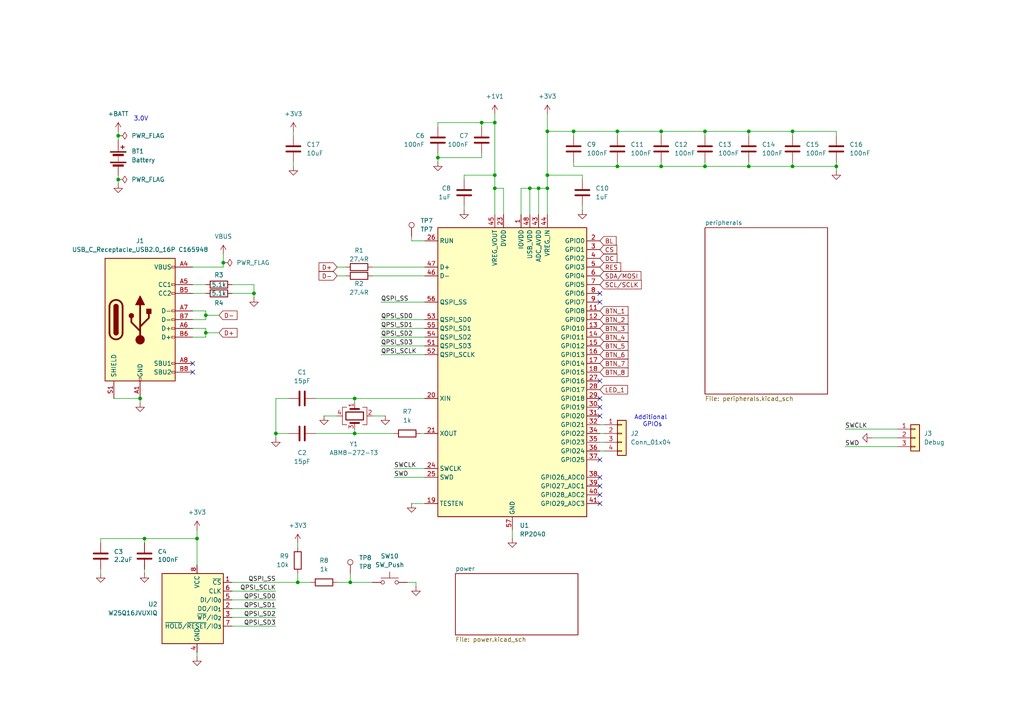
<source format=kicad_sch>
(kicad_sch (version 20250114) (generator "eeschema") (generator_version "9.0")
  (paper "A4")
  (lib_symbols
    (symbol "Connector:TestPoint" (pin_numbers (hide yes)) (pin_names (offset 0.762) (hide yes))
      (property "Reference" "TP" (at 0 6.858 0))
      (property "Value" "TestPoint" (at 0 5.08 0))
      (symbol "TestPoint_0_1"
        (circle (center 0 3.302) (radius 0.762))
      )
      (symbol "TestPoint_1_1"
        (pin passive line (at 0 0 90) (length 2.54) (name "1") (number "1"))
      )
    )
    (symbol "Connector:USB_C_Receptacle_USB2.0_16P" (pin_names (offset 1.016))
      (property "Reference" "J" (at 0 22.225 0))
      (property "Value" "USB_C_Receptacle_USB2.0_16P" (at 0 19.685 0))
      (symbol "USB_C_Receptacle_USB2.0_16P_0_0"
        (rectangle (start -0.254 -17.78) (end 0.254 -16.764))
        (rectangle (start 10.16 15.494) (end 9.144 14.986))
        (rectangle (start 10.16 10.414) (end 9.144 9.906))
        (rectangle (start 10.16 7.874) (end 9.144 7.366))
        (rectangle (start 10.16 2.794) (end 9.144 2.286))
        (rectangle (start 10.16 0.254) (end 9.144 -0.254))
        (rectangle (start 10.16 -2.286) (end 9.144 -2.794))
        (rectangle (start 10.16 -4.826) (end 9.144 -5.334))
        (rectangle (start 10.16 -12.446) (end 9.144 -12.954))
        (rectangle (start 10.16 -14.986) (end 9.144 -15.494))
      )
      (symbol "USB_C_Receptacle_USB2.0_16P_0_1"
        (rectangle (start -10.16 17.78) (end 10.16 -17.78) (stroke (width 0.254)) (fill (type background)))
        (polyline (pts (xy -8.89 -3.81) (xy -8.89 3.81)) (stroke (width 0.508)))
        (rectangle (start -7.62 -3.81) (end -6.35 3.81) (stroke (width 0.254)) (fill (type outline)))
        (arc (start -7.62 3.81) (mid -6.985 4.4423) (end -6.35 3.81) (stroke (width 0.254)))
        (arc (start -7.62 3.81) (mid -6.985 4.4423) (end -6.35 3.81) (stroke (width 0.254)) (fill (type outline)))
        (arc (start -8.89 3.81) (mid -6.985 5.7067) (end -5.08 3.81) (stroke (width 0.508)))
        (arc (start -5.08 -3.81) (mid -6.985 -5.7067) (end -8.89 -3.81) (stroke (width 0.508)))
        (arc (start -6.35 -3.81) (mid -6.985 -4.4423) (end -7.62 -3.81) (stroke (width 0.254)))
        (arc (start -6.35 -3.81) (mid -6.985 -4.4423) (end -7.62 -3.81) (stroke (width 0.254)) (fill (type outline)))
        (polyline (pts (xy -5.08 3.81) (xy -5.08 -3.81)) (stroke (width 0.508)))
        (circle (center -2.54 1.143) (radius 0.635) (stroke (width 0.254)) (fill (type outline)))
        (polyline (pts (xy -1.27 4.318) (xy 0 6.858) (xy 1.27 4.318) (xy -1.27 4.318)) (stroke (width 0.254)) (fill (type outline)))
        (polyline (pts (xy 0 -2.032) (xy 2.54 0.508) (xy 2.54 1.778)) (stroke (width 0.508)))
        (polyline (pts (xy 0 -3.302) (xy -2.54 -0.762) (xy -2.54 0.508)) (stroke (width 0.508)))
        (polyline (pts (xy 0 -5.842) (xy 0 4.318)) (stroke (width 0.508)))
        (circle (center 0 -5.842) (radius 1.27) (fill (type outline)))
        (rectangle (start 1.905 1.778) (end 3.175 3.048) (stroke (width 0.254)) (fill (type outline)))
      )
      (symbol "USB_C_Receptacle_USB2.0_16P_1_1"
        (pin passive line (at -7.62 -22.86 90) (length 5.08) (name "SHIELD") (number "S1"))
        (pin passive line (at 0 -22.86 90) (length 5.08) (name "GND") (number "A1"))
        (pin passive line (at 0 -22.86 90) (length 5.08) (hide yes) (name "GND") (number "A12"))
        (pin passive line (at 0 -22.86 90) (length 5.08) (hide yes) (name "GND") (number "B1"))
        (pin passive line (at 0 -22.86 90) (length 5.08) (hide yes) (name "GND") (number "B12"))
        (pin passive line (at 15.24 15.24 180) (length 5.08) (name "VBUS") (number "A4"))
        (pin passive line (at 15.24 15.24 180) (length 5.08) (hide yes) (name "VBUS") (number "A9"))
        (pin passive line (at 15.24 15.24 180) (length 5.08) (hide yes) (name "VBUS") (number "B4"))
        (pin passive line (at 15.24 15.24 180) (length 5.08) (hide yes) (name "VBUS") (number "B9"))
        (pin bidirectional line (at 15.24 10.16 180) (length 5.08) (name "CC1") (number "A5"))
        (pin bidirectional line (at 15.24 7.62 180) (length 5.08) (name "CC2") (number "B5"))
        (pin bidirectional line (at 15.24 2.54 180) (length 5.08) (name "D-") (number "A7"))
        (pin bidirectional line (at 15.24 0 180) (length 5.08) (name "D-") (number "B7"))
        (pin bidirectional line (at 15.24 -2.54 180) (length 5.08) (name "D+") (number "A6"))
        (pin bidirectional line (at 15.24 -5.08 180) (length 5.08) (name "D+") (number "B6"))
        (pin bidirectional line (at 15.24 -12.7 180) (length 5.08) (name "SBU1") (number "A8"))
        (pin bidirectional line (at 15.24 -15.24 180) (length 5.08) (name "SBU2") (number "B8"))
      )
    )
    (symbol "Connector_Generic:Conn_01x03" (pin_names (offset 1.016) (hide yes))
      (property "Reference" "J" (at 0 5.08 0))
      (property "Value" "Conn_01x03" (at 0 -5.08 0))
      (symbol "Conn_01x03_1_1"
        (rectangle (start -1.27 3.81) (end 1.27 -3.81) (stroke (width 0.254)) (fill (type background)))
        (rectangle (start -1.27 2.667) (end 0 2.413) (stroke (width 0.1524)))
        (rectangle (start -1.27 0.127) (end 0 -0.127) (stroke (width 0.1524)))
        (rectangle (start -1.27 -2.413) (end 0 -2.667) (stroke (width 0.1524)))
        (pin passive line (at -5.08 2.54 0) (length 3.81) (name "Pin_1") (number "1"))
        (pin passive line (at -5.08 0 0) (length 3.81) (name "Pin_2") (number "2"))
        (pin passive line (at -5.08 -2.54 0) (length 3.81) (name "Pin_3") (number "3"))
      )
    )
    (symbol "Connector_Generic:Conn_01x04" (pin_names (offset 1.016) (hide yes))
      (property "Reference" "J" (at 0 5.08 0))
      (property "Value" "Conn_01x04" (at 0 -7.62 0))
      (symbol "Conn_01x04_1_1"
        (rectangle (start -1.27 3.81) (end 1.27 -6.35) (stroke (width 0.254)) (fill (type background)))
        (rectangle (start -1.27 2.667) (end 0 2.413) (stroke (width 0.1524)))
        (rectangle (start -1.27 0.127) (end 0 -0.127) (stroke (width 0.1524)))
        (rectangle (start -1.27 -2.413) (end 0 -2.667) (stroke (width 0.1524)))
        (rectangle (start -1.27 -4.953) (end 0 -5.207) (stroke (width 0.1524)))
        (pin passive line (at -5.08 2.54 0) (length 3.81) (name "Pin_1") (number "1"))
        (pin passive line (at -5.08 0 0) (length 3.81) (name "Pin_2") (number "2"))
        (pin passive line (at -5.08 -2.54 0) (length 3.81) (name "Pin_3") (number "3"))
        (pin passive line (at -5.08 -5.08 0) (length 3.81) (name "Pin_4") (number "4"))
      )
    )
    (symbol "Device:Battery" (pin_numbers (hide yes)) (pin_names (offset 0) (hide yes))
      (property "Reference" "BT" (at 2.54 2.54 0))
      (property "Value" "Battery" (at 2.54 0 0))
      (symbol "Battery_0_1"
        (rectangle (start -2.286 1.778) (end 2.286 1.524) (fill (type outline)))
        (rectangle (start -2.286 -1.27) (end 2.286 -1.524) (fill (type outline)))
        (rectangle (start -1.524 1.016) (end 1.524 0.508) (fill (type outline)))
        (rectangle (start -1.524 -2.032) (end 1.524 -2.54) (fill (type outline)))
        (polyline (pts (xy 0 1.778) (xy 0 2.54)))
        (polyline (pts (xy 0 0) (xy 0 0.254)))
        (polyline (pts (xy 0 -0.508) (xy 0 -0.254)))
        (polyline (pts (xy 0 -1.016) (xy 0 -0.762)))
        (polyline (pts (xy 0.762 3.048) (xy 1.778 3.048)) (stroke (width 0.254)))
        (polyline (pts (xy 1.27 3.556) (xy 1.27 2.54)) (stroke (width 0.254)))
      )
      (symbol "Battery_1_1"
        (pin passive line (at 0 5.08 270) (length 2.54) (name "+") (number "1"))
        (pin passive line (at 0 -5.08 90) (length 2.54) (name "-") (number "2"))
      )
    )
    (symbol "Device:C" (pin_numbers (hide yes)) (pin_names (offset 0.254))
      (property "Reference" "C" (at 0.635 2.54 0))
      (property "Value" "C" (at 0.635 -2.54 0))
      (symbol "C_0_1"
        (polyline (pts (xy -2.032 0.762) (xy 2.032 0.762)) (stroke (width 0.508)))
        (polyline (pts (xy -2.032 -0.762) (xy 2.032 -0.762)) (stroke (width 0.508)))
      )
      (symbol "C_1_1"
        (pin passive line (at 0 3.81 270) (length 2.794) (name "~") (number "1"))
        (pin passive line (at 0 -3.81 90) (length 2.794) (name "~") (number "2"))
      )
    )
    (symbol "Device:Crystal_GND24" (pin_names (offset 1.016) (hide yes))
      (property "Reference" "Y" (at 3.175 5.08 0))
      (property "Value" "Crystal_GND24" (at 3.175 3.175 0))
      (symbol "Crystal_GND24_0_1"
        (polyline (pts (xy -2.54 2.286) (xy -2.54 3.556) (xy 2.54 3.556) (xy 2.54 2.286)))
        (polyline (pts (xy -2.54 0) (xy -2.032 0)))
        (polyline (pts (xy -2.54 -2.286) (xy -2.54 -3.556) (xy 2.54 -3.556) (xy 2.54 -2.286)))
        (polyline (pts (xy -2.032 -1.27) (xy -2.032 1.27)) (stroke (width 0.508)))
        (rectangle (start -1.143 2.54) (end 1.143 -2.54) (stroke (width 0.3048)))
        (polyline (pts (xy 0 3.556) (xy 0 3.81)))
        (polyline (pts (xy 0 -3.81) (xy 0 -3.556)))
        (polyline (pts (xy 2.032 0) (xy 2.54 0)))
        (polyline (pts (xy 2.032 -1.27) (xy 2.032 1.27)) (stroke (width 0.508)))
      )
      (symbol "Crystal_GND24_1_1"
        (pin passive line (at -3.81 0 0) (length 1.27) (name "1") (number "1"))
        (pin passive line (at 0 5.08 270) (length 1.27) (name "2") (number "2"))
        (pin passive line (at 0 -5.08 90) (length 1.27) (name "4") (number "4"))
        (pin passive line (at 3.81 0 180) (length 1.27) (name "3") (number "3"))
      )
    )
    (symbol "Device:R" (pin_numbers (hide yes)) (pin_names (offset 0))
      (property "Reference" "R" (at 2.032 0 90))
      (property "Value" "R" (at 0 0 90))
      (symbol "R_0_1"
        (rectangle (start -1.016 -2.54) (end 1.016 2.54) (stroke (width 0.254)))
      )
      (symbol "R_1_1"
        (pin passive line (at 0 3.81 270) (length 1.27) (name "~") (number "1"))
        (pin passive line (at 0 -3.81 90) (length 1.27) (name "~") (number "2"))
      )
    )
    (symbol "MCU_RaspberryPi:RP2040"
      (property "Reference" "U1" (at 2.1433 -44.45 0))
      (property "Value" "RP2040" (at 2.1433 -46.99 0))
      (symbol "RP2040_0_1"
        (rectangle (start -21.59 41.91) (end 21.59 -41.91) (stroke (width 0.254)) (fill (type background)))
      )
      (symbol "RP2040_1_1"
        (pin input line (at -25.4 38.1 0) (length 3.81) (name "RUN") (number "26"))
        (pin bidirectional line (at -25.4 30.48 0) (length 3.81) (name "D+") (number "47"))
        (pin bidirectional line (at -25.4 27.94 0) (length 3.81) (name "D-") (number "46"))
        (pin bidirectional line (at -25.4 20.32 0) (length 3.81) (name "QSPI_SS") (number "56"))
        (pin bidirectional line (at -25.4 15.24 0) (length 3.81) (name "QSPI_SD0") (number "53"))
        (pin bidirectional line (at -25.4 12.7 0) (length 3.81) (name "QSPI_SD1") (number "55"))
        (pin bidirectional line (at -25.4 10.16 0) (length 3.81) (name "QSPI_SD2") (number "54"))
        (pin bidirectional line (at -25.4 7.62 0) (length 3.81) (name "QSPI_SD3") (number "51"))
        (pin output line (at -25.4 5.08 0) (length 3.81) (name "QSPI_SCLK") (number "52"))
        (pin input line (at -25.4 -7.62 0) (length 3.81) (name "XIN") (number "20"))
        (pin passive line (at -25.4 -17.78 0) (length 3.81) (name "XOUT") (number "21"))
        (pin input line (at -25.4 -27.94 0) (length 3.81) (name "SWCLK") (number "24"))
        (pin bidirectional line (at -25.4 -30.48 0) (length 3.81) (name "SWD") (number "25"))
        (pin input line (at -25.4 -38.1 0) (length 3.81) (name "TESTEN") (number "19"))
        (pin power_out line (at -5.08 45.72 270) (length 3.81) (name "VREG_VOUT") (number "45"))
        (pin power_in line (at -2.54 45.72 270) (length 3.81) (name "DVDD") (number "23"))
        (pin passive line (at -2.54 45.72 270) (length 3.81) (hide yes) (name "DVDD") (number "50"))
        (pin power_in line (at 0 -45.72 90) (length 3.81) (name "GND") (number "57"))
        (pin power_in line (at 2.54 45.72 270) (length 3.81) (name "IOVDD") (number "1"))
        (pin passive line (at 2.54 45.72 270) (length 3.81) (hide yes) (name "IOVDD") (number "10"))
        (pin passive line (at 2.54 45.72 270) (length 3.81) (hide yes) (name "IOVDD") (number "22"))
        (pin passive line (at 2.54 45.72 270) (length 3.81) (hide yes) (name "IOVDD") (number "33"))
        (pin passive line (at 2.54 45.72 270) (length 3.81) (hide yes) (name "IOVDD") (number "42"))
        (pin passive line (at 2.54 45.72 270) (length 3.81) (hide yes) (name "IOVDD") (number "49"))
        (pin power_in line (at 5.08 45.72 270) (length 3.81) (name "USB_VDD") (number "48"))
        (pin power_in line (at 7.62 45.72 270) (length 3.81) (name "ADC_AVDD") (number "43"))
        (pin power_in line (at 10.16 45.72 270) (length 3.81) (name "VREG_IN") (number "44"))
        (pin bidirectional line (at 25.4 38.1 180) (length 3.81) (name "GPIO0") (number "2"))
        (pin bidirectional line (at 25.4 35.56 180) (length 3.81) (name "GPIO1") (number "3"))
        (pin bidirectional line (at 25.4 33.02 180) (length 3.81) (name "GPIO2") (number "4"))
        (pin bidirectional line (at 25.4 30.48 180) (length 3.81) (name "GPIO3") (number "5"))
        (pin bidirectional line (at 25.4 27.94 180) (length 3.81) (name "GPIO4") (number "6"))
        (pin bidirectional line (at 25.4 25.4 180) (length 3.81) (name "GPIO5") (number "7"))
        (pin bidirectional line (at 25.4 22.86 180) (length 3.81) (name "GPIO6") (number "8"))
        (pin bidirectional line (at 25.4 20.32 180) (length 3.81) (name "GPIO7") (number "9"))
        (pin bidirectional line (at 25.4 17.78 180) (length 3.81) (name "GPIO8") (number "11"))
        (pin bidirectional line (at 25.4 15.24 180) (length 3.81) (name "GPIO9") (number "12"))
        (pin bidirectional line (at 25.4 12.7 180) (length 3.81) (name "GPIO10") (number "13"))
        (pin bidirectional line (at 25.4 10.16 180) (length 3.81) (name "GPIO11") (number "14"))
        (pin bidirectional line (at 25.4 7.62 180) (length 3.81) (name "GPIO12") (number "15"))
        (pin bidirectional line (at 25.4 5.08 180) (length 3.81) (name "GPIO13") (number "16"))
        (pin bidirectional line (at 25.4 2.54 180) (length 3.81) (name "GPIO14") (number "17"))
        (pin bidirectional line (at 25.4 0 180) (length 3.81) (name "GPIO15") (number "18"))
        (pin bidirectional line (at 25.4 -2.54 180) (length 3.81) (name "GPIO16") (number "27"))
        (pin bidirectional line (at 25.4 -5.08 180) (length 3.81) (name "GPIO17") (number "28"))
        (pin bidirectional line (at 25.4 -7.62 180) (length 3.81) (name "GPIO18") (number "29"))
        (pin bidirectional line (at 25.4 -10.16 180) (length 3.81) (name "GPIO19") (number "30"))
        (pin bidirectional line (at 25.4 -12.7 180) (length 3.81) (name "GPIO20") (number "31"))
        (pin bidirectional line (at 25.4 -15.24 180) (length 3.81) (name "GPIO21") (number "32"))
        (pin bidirectional line (at 25.4 -17.78 180) (length 3.81) (name "GPIO22") (number "34"))
        (pin bidirectional line (at 25.4 -20.32 180) (length 3.81) (name "GPIO23") (number "35"))
        (pin bidirectional line (at 25.4 -22.86 180) (length 3.81) (name "GPIO24") (number "36"))
        (pin bidirectional line (at 25.4 -25.4 180) (length 3.81) (name "GPIO25") (number "37"))
        (pin bidirectional line (at 25.4 -30.48 180) (length 3.81) (name "GPIO26_ADC0") (number "38"))
        (pin bidirectional line (at 25.4 -33.02 180) (length 3.81) (name "GPIO27_ADC1") (number "39"))
        (pin bidirectional line (at 25.4 -35.56 180) (length 3.81) (name "GPIO28_ADC2") (number "40"))
        (pin bidirectional line (at 25.4 -38.1 180) (length 3.81) (name "GPIO29_ADC3") (number "41"))
      )
    )
    (symbol "Memory_Flash:W25Q128JVS"
      (property "Reference" "U" (at -6.35 11.43 0))
      (property "Value" "W25Q128JVS" (at 7.62 11.43 0))
      (symbol "W25Q128JVS_0_1"
        (rectangle (start -7.62 10.16) (end 10.16 -10.16) (stroke (width 0.254)) (fill (type background)))
      )
      (symbol "W25Q128JVS_1_1"
        (pin input line (at -10.16 7.62 0) (length 2.54) (name "~{CS}") (number "1"))
        (pin input line (at -10.16 5.08 0) (length 2.54) (name "CLK") (number "6"))
        (pin bidirectional line (at -10.16 2.54 0) (length 2.54) (name "DI/IO_{0}") (number "5"))
        (pin bidirectional line (at -10.16 0 0) (length 2.54) (name "DO/IO_{1}") (number "2"))
        (pin bidirectional line (at -10.16 -2.54 0) (length 2.54) (name "~{WP}/IO_{2}") (number "3"))
        (pin bidirectional line (at -10.16 -5.08 0) (length 2.54) (name "~{HOLD}/~{RESET}/IO_{3}") (number "7"))
        (pin power_in line (at 0 12.7 270) (length 2.54) (name "VCC") (number "8"))
        (pin power_in line (at 0 -12.7 90) (length 2.54) (name "GND") (number "4"))
      )
    )
    (symbol "Switch:SW_Push" (pin_numbers (hide yes)) (pin_names (offset 1.016) (hide yes))
      (property "Reference" "SW" (at 1.27 2.54 0))
      (property "Value" "SW_Push" (at 0 -1.524 0))
      (symbol "SW_Push_0_1"
        (circle (center -2.032 0) (radius 0.508))
        (polyline (pts (xy 0 1.27) (xy 0 3.048)))
        (circle (center 2.032 0) (radius 0.508))
        (polyline (pts (xy 2.54 1.27) (xy -2.54 1.27)))
        (pin passive line (at -5.08 0 0) (length 2.54) (name "1") (number "1"))
        (pin passive line (at 5.08 0 180) (length 2.54) (name "2") (number "2"))
      )
    )
    (symbol "power:+1V1" (power) (pin_numbers (hide yes)) (pin_names (offset 0) (hide yes))
      (property "Value" "+1V1" (at 0 3.556 0))
      (symbol "+1V1_0_1"
        (polyline (pts (xy -0.762 1.27) (xy 0 2.54)))
        (polyline (pts (xy 0 2.54) (xy 0.762 1.27)))
        (polyline (pts (xy 0 0) (xy 0 2.54)))
      )
      (symbol "+1V1_1_1"
        (pin power_in line (at 0 0 90) (length 0) (name "~") (number "1"))
      )
    )
    (symbol "power:+3V3" (power) (pin_numbers (hide yes)) (pin_names (offset 0) (hide yes))
      (property "Value" "+3V3" (at 0 3.556 0))
      (symbol "+3V3_0_1"
        (polyline (pts (xy -0.762 1.27) (xy 0 2.54)))
        (polyline (pts (xy 0 2.54) (xy 0.762 1.27)))
        (polyline (pts (xy 0 0) (xy 0 2.54)))
      )
      (symbol "+3V3_1_1"
        (pin power_in line (at 0 0 90) (length 0) (name "~") (number "1"))
      )
    )
    (symbol "power:+BATT" (power) (pin_numbers (hide yes)) (pin_names (offset 0) (hide yes))
      (property "Value" "+BATT" (at 0 3.556 0))
      (symbol "+BATT_0_1"
        (polyline (pts (xy -0.762 1.27) (xy 0 2.54)))
        (polyline (pts (xy 0 2.54) (xy 0.762 1.27)))
        (polyline (pts (xy 0 0) (xy 0 2.54)))
      )
      (symbol "+BATT_1_1"
        (pin power_in line (at 0 0 90) (length 0) (name "~") (number "1"))
      )
    )
    (symbol "power:GND" (power) (pin_numbers (hide yes)) (pin_names (offset 0) (hide yes))
      (property "Value" "GND" (at 0 -3.81 0))
      (symbol "GND_0_1"
        (polyline (pts (xy 0 0) (xy 0 -1.27) (xy 1.27 -1.27) (xy 0 -2.54) (xy -1.27 -1.27) (xy 0 -1.27)))
      )
      (symbol "GND_1_1"
        (pin power_in line (at 0 0 270) (length 0) (name "~") (number "1"))
      )
    )
    (symbol "power:PWR_FLAG" (power) (pin_numbers (hide yes)) (pin_names (offset 0) (hide yes))
      (property "Value" "PWR_FLAG" (at 0 3.81 0))
      (symbol "PWR_FLAG_0_0"
        (pin power_out line (at 0 0 90) (length 0) (name "~") (number "1"))
      )
      (symbol "PWR_FLAG_0_1"
        (polyline (pts (xy 0 0) (xy 0 1.27) (xy -1.016 1.905) (xy 0 2.54) (xy 1.016 1.905) (xy 0 1.27)))
      )
    )
    (symbol "power:VBUS" (power) (pin_numbers (hide yes)) (pin_names (offset 0) (hide yes))
      (property "Value" "VBUS" (at 0 3.556 0))
      (symbol "VBUS_0_1"
        (polyline (pts (xy -0.762 1.27) (xy 0 2.54)))
        (polyline (pts (xy 0 2.54) (xy 0.762 1.27)))
        (polyline (pts (xy 0 0) (xy 0 2.54)))
      )
      (symbol "VBUS_1_1"
        (pin power_in line (at 0 0 90) (length 0) (name "~") (number "1"))
      )
    )
  )
  (text "Additional \nGPIOs\n\n" (at 189.23 123.19 0) (effects (font (size 1.27 1.27))))
  (text "3.0V\n" (at 40.894 34.544 0) (effects (font (size 1.27 1.27))))
  (junction (at 143.51 50.8))
  (junction (at 86.36 168.91))
  (junction (at 191.77 48.26))
  (junction (at 179.07 38.1))
  (junction (at 229.87 38.1))
  (junction (at 102.87 115.57))
  (junction (at 59.69 91.44))
  (junction (at 143.51 54.61))
  (junction (at 40.64 115.57))
  (junction (at 191.77 38.1))
  (junction (at 217.17 38.1))
  (junction (at 179.07 48.26))
  (junction (at 143.51 35.56))
  (junction (at 80.01 125.73))
  (junction (at 153.67 54.61))
  (junction (at 156.21 54.61))
  (junction (at 139.7 35.56))
  (junction (at 158.75 38.1))
  (junction (at 127 45.72))
  (junction (at 242.57 48.26))
  (junction (at 102.87 125.73))
  (junction (at 204.47 48.26))
  (junction (at 204.47 38.1))
  (junction (at 73.66 85.09))
  (junction (at 59.69 96.52))
  (junction (at 166.37 38.1))
  (junction (at 34.29 39.37))
  (junction (at 158.75 50.8))
  (junction (at 101.6 168.91))
  (junction (at 217.17 48.26))
  (junction (at 57.15 156.21))
  (junction (at 41.91 156.21))
  (junction (at 34.29 52.07))
  (junction (at 229.87 48.26))
  (junction (at 64.77 76.2))
  (junction (at 158.75 54.61))
  (no_connect (at 173.99 133.35))
  (no_connect (at 173.99 120.65))
  (no_connect (at 173.99 85.09))
  (no_connect (at 173.99 115.57))
  (no_connect (at 173.99 138.43))
  (no_connect (at 173.99 140.97))
  (no_connect (at 173.99 118.11))
  (no_connect (at 173.99 87.63))
  (no_connect (at 173.99 143.51))
  (no_connect (at 173.99 110.49))
  (no_connect (at 173.99 146.05))
  (no_connect (at 55.88 107.95))
  (no_connect (at 55.88 105.41))
  (wire (pts (xy 158.75 33.02) (xy 158.75 38.1)))
  (wire (pts (xy 166.37 48.26) (xy 179.07 48.26)))
  (wire (pts (xy 80.01 125.73) (xy 80.01 127)))
  (wire (pts (xy 146.05 54.61) (xy 143.51 54.61)))
  (wire (pts (xy 179.07 38.1) (xy 191.77 38.1)))
  (wire (pts (xy 34.29 50.8) (xy 34.29 52.07)))
  (wire (pts (xy 217.17 48.26) (xy 229.87 48.26)))
  (wire (pts (xy 114.3 138.43) (xy 123.19 138.43)))
  (wire (pts (xy 204.47 48.26) (xy 204.47 46.99)))
  (wire (pts (xy 204.47 38.1) (xy 204.47 39.37)))
  (wire (pts (xy 110.49 92.71) (xy 123.19 92.71)))
  (wire (pts (xy 146.05 62.23) (xy 146.05 54.61)))
  (wire (pts (xy 107.95 120.65) (xy 111.76 120.65)))
  (wire (pts (xy 83.82 115.57) (xy 80.01 115.57)))
  (wire (pts (xy 107.95 168.91) (xy 101.6 168.91)))
  (wire (pts (xy 245.11 124.46) (xy 260.35 124.46)))
  (wire (pts (xy 168.91 50.8) (xy 168.91 52.07)))
  (wire (pts (xy 80.01 173.99) (xy 67.31 173.99)))
  (wire (pts (xy 80.01 181.61) (xy 67.31 181.61)))
  (wire (pts (xy 86.36 166.37) (xy 86.36 168.91)))
  (wire (pts (xy 93.98 120.65) (xy 97.79 120.65)))
  (wire (pts (xy 80.01 171.45) (xy 67.31 171.45)))
  (wire (pts (xy 110.49 100.33) (xy 123.19 100.33)))
  (wire (pts (xy 166.37 38.1) (xy 179.07 38.1)))
  (wire (pts (xy 143.51 54.61) (xy 143.51 62.23)))
  (wire (pts (xy 29.21 156.21) (xy 41.91 156.21)))
  (wire (pts (xy 114.3 135.89) (xy 123.19 135.89)))
  (wire (pts (xy 34.29 39.37) (xy 34.29 40.64)))
  (wire (pts (xy 175.26 130.81) (xy 173.99 130.81)))
  (wire (pts (xy 242.57 48.26) (xy 229.87 48.26)))
  (wire (pts (xy 166.37 48.26) (xy 166.37 46.99)))
  (wire (pts (xy 139.7 45.72) (xy 139.7 44.45)))
  (wire (pts (xy 168.91 59.69) (xy 168.91 60.96)))
  (wire (pts (xy 57.15 153.67) (xy 57.15 156.21)))
  (wire (pts (xy 191.77 38.1) (xy 204.47 38.1)))
  (wire (pts (xy 158.75 54.61) (xy 158.75 62.23)))
  (wire (pts (xy 158.75 38.1) (xy 166.37 38.1)))
  (wire (pts (xy 175.26 125.73) (xy 173.99 125.73)))
  (wire (pts (xy 55.88 82.55) (xy 59.69 82.55)))
  (wire (pts (xy 73.66 85.09) (xy 73.66 86.36)))
  (wire (pts (xy 107.95 80.01) (xy 123.19 80.01)))
  (wire (pts (xy 153.67 62.23) (xy 153.67 54.61)))
  (wire (pts (xy 229.87 38.1) (xy 229.87 39.37)))
  (wire (pts (xy 59.69 91.44) (xy 59.69 92.71)))
  (wire (pts (xy 110.49 87.63) (xy 123.19 87.63)))
  (wire (pts (xy 217.17 38.1) (xy 217.17 39.37)))
  (wire (pts (xy 102.87 115.57) (xy 102.87 116.84)))
  (wire (pts (xy 139.7 35.56) (xy 143.51 35.56)))
  (wire (pts (xy 179.07 38.1) (xy 179.07 39.37)))
  (wire (pts (xy 127 45.72) (xy 127 46.99)))
  (wire (pts (xy 80.01 179.07) (xy 67.31 179.07)))
  (wire (pts (xy 175.26 123.19) (xy 173.99 123.19)))
  (wire (pts (xy 229.87 46.99) (xy 229.87 48.26)))
  (wire (pts (xy 63.5 96.52) (xy 59.69 96.52)))
  (wire (pts (xy 41.91 157.48) (xy 41.91 156.21)))
  (wire (pts (xy 41.91 166.37) (xy 41.91 165.1)))
  (wire (pts (xy 101.6 166.37) (xy 101.6 168.91)))
  (wire (pts (xy 85.09 46.99) (xy 85.09 48.26)))
  (wire (pts (xy 59.69 96.52) (xy 59.69 97.79)))
  (wire (pts (xy 151.13 62.23) (xy 151.13 54.61)))
  (wire (pts (xy 143.51 35.56) (xy 143.51 50.8)))
  (wire (pts (xy 67.31 85.09) (xy 73.66 85.09)))
  (wire (pts (xy 204.47 38.1) (xy 217.17 38.1)))
  (wire (pts (xy 148.59 153.67) (xy 148.59 156.21)))
  (wire (pts (xy 134.62 50.8) (xy 143.51 50.8)))
  (wire (pts (xy 110.49 97.79) (xy 123.19 97.79)))
  (wire (pts (xy 55.88 90.17) (xy 59.69 90.17)))
  (wire (pts (xy 110.49 102.87) (xy 123.19 102.87)))
  (wire (pts (xy 134.62 59.69) (xy 134.62 60.96)))
  (wire (pts (xy 242.57 48.26) (xy 242.57 49.53)))
  (wire (pts (xy 64.77 73.66) (xy 64.77 76.2)))
  (wire (pts (xy 57.15 189.23) (xy 57.15 190.5)))
  (wire (pts (xy 107.95 77.47) (xy 123.19 77.47)))
  (wire (pts (xy 151.13 54.61) (xy 153.67 54.61)))
  (wire (pts (xy 143.51 33.02) (xy 143.51 35.56)))
  (wire (pts (xy 55.88 97.79) (xy 59.69 97.79)))
  (wire (pts (xy 179.07 48.26) (xy 191.77 48.26)))
  (wire (pts (xy 33.02 115.57) (xy 40.64 115.57)))
  (wire (pts (xy 139.7 35.56) (xy 139.7 36.83)))
  (wire (pts (xy 204.47 48.26) (xy 217.17 48.26)))
  (wire (pts (xy 127 36.83) (xy 127 35.56)))
  (wire (pts (xy 119.38 68.58) (xy 119.38 69.85)))
  (wire (pts (xy 127 35.56) (xy 139.7 35.56)))
  (wire (pts (xy 59.69 96.52) (xy 59.69 95.25)))
  (wire (pts (xy 64.77 77.47) (xy 55.88 77.47)))
  (wire (pts (xy 158.75 38.1) (xy 158.75 50.8)))
  (wire (pts (xy 101.6 168.91) (xy 97.79 168.91)))
  (wire (pts (xy 134.62 50.8) (xy 134.62 52.07)))
  (wire (pts (xy 110.49 95.25) (xy 123.19 95.25)))
  (wire (pts (xy 120.65 168.91) (xy 120.65 170.18)))
  (wire (pts (xy 252.73 127) (xy 260.35 127)))
  (wire (pts (xy 102.87 124.46) (xy 102.87 125.73)))
  (wire (pts (xy 86.36 158.75) (xy 86.36 157.48)))
  (wire (pts (xy 242.57 39.37) (xy 242.57 38.1)))
  (wire (pts (xy 229.87 38.1) (xy 242.57 38.1)))
  (wire (pts (xy 29.21 157.48) (xy 29.21 156.21)))
  (wire (pts (xy 119.38 69.85) (xy 123.19 69.85)))
  (wire (pts (xy 80.01 115.57) (xy 80.01 125.73)))
  (wire (pts (xy 153.67 54.61) (xy 156.21 54.61)))
  (wire (pts (xy 59.69 90.17) (xy 59.69 91.44)))
  (wire (pts (xy 168.91 50.8) (xy 158.75 50.8)))
  (wire (pts (xy 63.5 91.44) (xy 59.69 91.44)))
  (wire (pts (xy 83.82 125.73) (xy 80.01 125.73)))
  (wire (pts (xy 91.44 125.73) (xy 102.87 125.73)))
  (wire (pts (xy 242.57 46.99) (xy 242.57 48.26)))
  (wire (pts (xy 57.15 156.21) (xy 41.91 156.21)))
  (wire (pts (xy 55.88 85.09) (xy 59.69 85.09)))
  (wire (pts (xy 127 45.72) (xy 139.7 45.72)))
  (wire (pts (xy 85.09 38.1) (xy 85.09 39.37)))
  (wire (pts (xy 34.29 53.34) (xy 34.29 52.07)))
  (wire (pts (xy 102.87 125.73) (xy 114.3 125.73)))
  (wire (pts (xy 191.77 38.1) (xy 191.77 39.37)))
  (wire (pts (xy 245.11 129.54) (xy 260.35 129.54)))
  (wire (pts (xy 102.87 115.57) (xy 123.19 115.57)))
  (wire (pts (xy 34.29 38.1) (xy 34.29 39.37)))
  (wire (pts (xy 119.38 146.05) (xy 123.19 146.05)))
  (wire (pts (xy 121.92 125.73) (xy 123.19 125.73)))
  (wire (pts (xy 64.77 76.2) (xy 64.77 77.47)))
  (wire (pts (xy 217.17 48.26) (xy 217.17 46.99)))
  (wire (pts (xy 191.77 48.26) (xy 204.47 48.26)))
  (wire (pts (xy 80.01 176.53) (xy 67.31 176.53)))
  (wire (pts (xy 143.51 50.8) (xy 143.51 54.61)))
  (wire (pts (xy 55.88 92.71) (xy 59.69 92.71)))
  (wire (pts (xy 67.31 168.91) (xy 86.36 168.91)))
  (wire (pts (xy 175.26 128.27) (xy 173.99 128.27)))
  (wire (pts (xy 29.21 166.37) (xy 29.21 165.1)))
  (wire (pts (xy 179.07 48.26) (xy 179.07 46.99)))
  (wire (pts (xy 217.17 38.1) (xy 229.87 38.1)))
  (wire (pts (xy 55.88 95.25) (xy 59.69 95.25)))
  (wire (pts (xy 158.75 50.8) (xy 158.75 54.61)))
  (wire (pts (xy 40.64 115.57) (xy 40.64 116.84)))
  (wire (pts (xy 73.66 82.55) (xy 73.66 85.09)))
  (wire (pts (xy 91.44 115.57) (xy 102.87 115.57)))
  (wire (pts (xy 191.77 48.26) (xy 191.77 46.99)))
  (wire (pts (xy 118.11 168.91) (xy 120.65 168.91)))
  (wire (pts (xy 57.15 156.21) (xy 57.15 163.83)))
  (wire (pts (xy 67.31 82.55) (xy 73.66 82.55)))
  (wire (pts (xy 97.79 77.47) (xy 100.33 77.47)))
  (wire (pts (xy 90.17 168.91) (xy 86.36 168.91)))
  (wire (pts (xy 166.37 38.1) (xy 166.37 39.37)))
  (wire (pts (xy 97.79 80.01) (xy 100.33 80.01)))
  (wire (pts (xy 156.21 62.23) (xy 156.21 54.61)))
  (wire (pts (xy 127 45.72) (xy 127 44.45)))
  (wire (pts (xy 156.21 54.61) (xy 158.75 54.61)))
  (label "SWD" (at 245.11 129.54 0))
  (label "QPSI_SCLK" (at 110.49 102.87 0))
  (label "QPSI_SD1" (at 80.01 176.53 180))
  (label "SWCLK" (at 114.3 135.89 0))
  (label "SWD" (at 114.3 138.43 0))
  (label "QPSI_SD1" (at 110.49 95.25 0))
  (label "QPSI_SD0" (at 80.01 173.99 180))
  (label "QPSI_SD3" (at 80.01 181.61 180))
  (label "QPSI_SCLK" (at 80.01 171.45 180))
  (label "QSPI_SS" (at 110.49 87.63 0))
  (label "QPSI_SD0" (at 110.49 92.71 0))
  (label "QPSI_SD2" (at 80.01 179.07 180))
  (label "QPSI_SD3" (at 110.49 100.33 0))
  (label "QPSI_SD2" (at 110.49 97.79 0))
  (label "QSPI_SS" (at 80.01 168.91 180))
  (label "SWCLK" (at 245.11 124.46 0))
  (global_label "SDA{slash}MOSI" (shape input) (at 173.99 80.01 0) (property "Intersheetrefs" "${INTERSHEET_REFS}" (effects (hide yes))))
  (global_label "CS" (shape input) (at 173.99 72.39 0) (property "Intersheetrefs" "${INTERSHEET_REFS}" (effects (hide yes))))
  (global_label "D+" (shape input) (at 97.79 77.47 180) (property "Intersheetrefs" "${INTERSHEET_REFS}" (effects (hide yes))))
  (global_label "SCL{slash}SCLK" (shape input) (at 173.99 82.55 0) (property "Intersheetrefs" "${INTERSHEET_REFS}" (effects (hide yes))))
  (global_label "BTN_8" (shape input) (at 173.99 107.95 0) (property "Intersheetrefs" "${INTERSHEET_REFS}" (effects (hide yes))))
  (global_label "BTN_7" (shape input) (at 173.99 105.41 0) (property "Intersheetrefs" "${INTERSHEET_REFS}" (effects (hide yes))))
  (global_label "BTN_1" (shape input) (at 173.99 90.17 0) (property "Intersheetrefs" "${INTERSHEET_REFS}" (effects (hide yes))))
  (global_label "DC" (shape input) (at 173.99 74.93 0) (property "Intersheetrefs" "${INTERSHEET_REFS}" (effects (hide yes))))
  (global_label "BL" (shape input) (at 173.99 69.85 0) (property "Intersheetrefs" "${INTERSHEET_REFS}" (effects (hide yes))))
  (global_label "BTN_4" (shape input) (at 173.99 97.79 0) (property "Intersheetrefs" "${INTERSHEET_REFS}" (effects (hide yes))))
  (global_label "D-" (shape input) (at 97.79 80.01 180) (property "Intersheetrefs" "${INTERSHEET_REFS}" (effects (hide yes))))
  (global_label "BTN_3" (shape input) (at 173.99 95.25 0) (property "Intersheetrefs" "${INTERSHEET_REFS}" (effects (hide yes))))
  (global_label "D+" (shape input) (at 63.5 96.52 0) (property "Intersheetrefs" "${INTERSHEET_REFS}" (effects (hide yes))))
  (global_label "BTN_2" (shape input) (at 173.99 92.71 0) (property "Intersheetrefs" "${INTERSHEET_REFS}" (effects (hide yes))))
  (global_label "RES" (shape input) (at 173.99 77.47 0) (property "Intersheetrefs" "${INTERSHEET_REFS}" (effects (hide yes))))
  (global_label "LED_1" (shape input) (at 173.99 113.03 0) (property "Intersheetrefs" "${INTERSHEET_REFS}" (effects (hide yes))))
  (global_label "BTN_6" (shape input) (at 173.99 102.87 0) (property "Intersheetrefs" "${INTERSHEET_REFS}" (effects (hide yes))))
  (global_label "D-" (shape input) (at 63.5 91.44 0) (property "Intersheetrefs" "${INTERSHEET_REFS}" (effects (hide yes))))
  (global_label "BTN_5" (shape input) (at 173.99 100.33 0) (property "Intersheetrefs" "${INTERSHEET_REFS}" (effects (hide yes))))
  (symbol (lib_id "Device:C") (at 168.91 55.88 0) (unit 1)
    (property "Reference" "C10" (at 172.72 54.6099 0) (effects (justify left)))
    (property "Value" "1uF" (at 172.72 57.1499 0) (effects (justify left)))
    (property "Footprint" "Capacitor_SMD:C_0402_1005Metric" (effects (hide yes)))
    (property "Description" "Unpolarized capacitor" (effects (hide yes)))
    (property "LCSC" "C52923" (effects (hide yes)))
  )
  (symbol (lib_id "Device:C") (at 139.7 40.64 0) (unit 1)
    (property "Reference" "C7" (at 135.89 39.3699 0) (effects (justify right)))
    (property "Value" "100nF" (at 135.89 41.9099 0) (effects (justify right)))
    (property "Footprint" "Capacitor_SMD:C_0402_1005Metric" (effects (hide yes)))
    (property "Description" "Unpolarized capacitor" (effects (hide yes)))
    (property "LCSC" "C1525" (effects (hide yes)))
  )
  (symbol (lib_id "power:GND") (at 120.65 170.18 0) (mirror y) (unit 1)
    (property "Reference" "#PWR048" (effects (hide yes)))
    (property "Value" "GND" (effects (hide yes)))
    (property "Description" "Power symbol creates a global label with name \"GND\" , ground" (effects (hide yes)))
  )
  (symbol (lib_id "Device:C") (at 242.57 43.18 0) (unit 1)
    (property "Reference" "C16" (at 246.38 41.9099 0) (effects (justify left)))
    (property "Value" "100nF" (at 246.38 44.4499 0) (effects (justify left)))
    (property "Footprint" "Capacitor_SMD:C_0402_1005Metric" (effects (hide yes)))
    (property "Description" "Unpolarized capacitor" (effects (hide yes)))
    (property "LCSC" "C1525" (effects (hide yes)))
  )
  (symbol (lib_id "power:GND") (at 168.91 60.96 0) (unit 1)
    (property "Reference" "#PWR07" (effects (hide yes)))
    (property "Value" "GND" (effects (hide yes)))
    (property "Description" "Power symbol creates a global label with name \"GND\" , ground" (effects (hide yes)))
  )
  (symbol (lib_id "power:GND") (at 85.09 48.26 0) (unit 1)
    (property "Reference" "#PWR027" (effects (hide yes)))
    (property "Value" "GND" (effects (hide yes)))
    (property "Description" "Power symbol creates a global label with name \"GND\" , ground" (effects (hide yes)))
  )
  (symbol (lib_id "power:GND") (at 119.38 146.05 0) (unit 1)
    (property "Reference" "#PWR016" (effects (hide yes)))
    (property "Value" "GND" (effects (hide yes)))
    (property "Description" "Power symbol creates a global label with name \"GND\" , ground" (effects (hide yes)))
  )
  (symbol (lib_id "Device:R") (at 93.98 168.91 270) (mirror x) (unit 1)
    (property "Reference" "R8" (at 93.98 162.56 90))
    (property "Value" "1k" (at 93.98 165.1 90))
    (property "Footprint" "Resistor_SMD:R_0402_1005Metric" (effects (hide yes)))
    (property "Description" "Resistor" (effects (hide yes)))
    (property "LCSC" "C11702" (effects (hide yes)))
  )
  (symbol (lib_id "power:GND") (at 148.59 156.21 0) (unit 1)
    (property "Reference" "#PWR042" (effects (hide yes)))
    (property "Value" "GND" (effects (hide yes)))
    (property "Description" "Power symbol creates a global label with name \"GND\" , ground" (effects (hide yes)))
  )
  (symbol (lib_id "power:+3V3") (at 158.75 33.02 0) (unit 1)
    (property "Reference" "#PWR01" (effects (hide yes)))
    (property "Value" "+3V3" (at 158.75 27.94 0))
    (property "Description" "Power symbol creates a global label with name \"+3V3\"" (effects (hide yes)))
  )
  (symbol (lib_id "Device:R") (at 118.11 125.73 90) (unit 1)
    (property "Reference" "R7" (at 118.11 119.38 90))
    (property "Value" "1k" (at 118.11 121.92 90))
    (property "Footprint" "Resistor_SMD:R_0402_1005Metric" (effects (hide yes)))
    (property "Description" "Resistor" (effects (hide yes)))
    (property "LCSC" "C11702" (effects (hide yes)))
  )
  (symbol (lib_id "Device:C") (at 217.17 43.18 0) (unit 1)
    (property "Reference" "C14" (at 220.98 41.9099 0) (effects (justify left)))
    (property "Value" "100nF" (at 220.98 44.4499 0) (effects (justify left)))
    (property "Footprint" "Capacitor_SMD:C_0402_1005Metric" (effects (hide yes)))
    (property "Description" "Unpolarized capacitor" (effects (hide yes)))
    (property "LCSC" "C1525" (effects (hide yes)))
  )
  (symbol (lib_id "power:GND") (at 41.91 166.37 0) (mirror y) (unit 1)
    (property "Reference" "#PWR024" (effects (hide yes)))
    (property "Value" "GND" (effects (hide yes)))
    (property "Description" "Power symbol creates a global label with name \"GND\" , ground" (effects (hide yes)))
  )
  (symbol (lib_id "power:GND") (at 252.73 127 270) (unit 1)
    (property "Reference" "#PWR041" (effects (hide yes)))
    (property "Value" "GND" (effects (hide yes)))
    (property "Description" "Power symbol creates a global label with name \"GND\" , ground" (effects (hide yes)))
  )
  (symbol (lib_id "Device:R") (at 104.14 77.47 270) (unit 1)
    (property "Reference" "R1" (at 104.14 72.644 90))
    (property "Value" "27.4R" (at 104.14 75.184 90))
    (property "Footprint" "Resistor_SMD:R_0402_1005Metric" (effects (hide yes)))
    (property "Description" "Resistor" (effects (hide yes)))
    (property "LCSC" "C25100" (effects (hide yes)))
  )
  (symbol (lib_id "Device:C") (at 166.37 43.18 0) (unit 1)
    (property "Reference" "C9" (at 170.18 41.9099 0) (effects (justify left)))
    (property "Value" "100nF" (at 170.18 44.4499 0) (effects (justify left)))
    (property "Footprint" "Capacitor_SMD:C_0402_1005Metric" (effects (hide yes)))
    (property "Description" "Unpolarized capacitor" (effects (hide yes)))
    (property "LCSC" "C1525" (effects (hide yes)))
  )
  (symbol (lib_id "power:+3V3") (at 86.36 157.48 0) (mirror y) (unit 1)
    (property "Reference" "#PWR023" (effects (hide yes)))
    (property "Value" "+3V3" (at 86.36 152.4 0))
    (property "Description" "Power symbol creates a global label with name \"+3V3\"" (effects (hide yes)))
  )
  (symbol (lib_id "Connector_Generic:Conn_01x03") (at 265.43 127 0) (unit 1)
    (property "Reference" "J3" (at 267.97 125.7299 0) (effects (justify left)))
    (property "Value" "Debug" (at 267.97 128.2699 0) (effects (justify left)))
    (property "Footprint" "Connector_PinHeader_2.54mm:PinHeader_1x03_P2.54mm_Vertical" (effects (hide yes)))
    (property "Description" "Generic connector, single row, 01x03, script generated (kicad-library-utils/schlib/autogen/connector/)" (effects (hide yes)))
  )
  (symbol (lib_id "Device:C") (at 85.09 43.18 0) (unit 1)
    (property "Reference" "C17" (at 88.9 41.9099 0) (effects (justify left)))
    (property "Value" "10uF" (at 88.9 44.4499 0) (effects (justify left)))
    (property "Footprint" "Capacitor_SMD:C_0805_2012Metric" (effects (hide yes)))
    (property "Description" "Unpolarized capacitor" (effects (hide yes)))
  )
  (symbol (lib_id "Device:C") (at 134.62 55.88 0) (mirror y) (unit 1)
    (property "Reference" "C8" (at 130.81 54.6099 0) (effects (justify left)))
    (property "Value" "1uF" (at 130.81 57.1499 0) (effects (justify left)))
    (property "Footprint" "Capacitor_SMD:C_0402_1005Metric" (effects (hide yes)))
    (property "Description" "Unpolarized capacitor" (effects (hide yes)))
    (property "LCSC" "C52923" (effects (hide yes)))
  )
  (symbol (lib_id "power:+3V3") (at 57.15 153.67 0) (mirror y) (unit 1)
    (property "Reference" "#PWR039" (effects (hide yes)))
    (property "Value" "+3V3" (at 57.15 148.59 0))
    (property "Description" "Power symbol creates a global label with name \"+3V3\"" (effects (hide yes)))
  )
  (symbol (lib_id "Connector:TestPoint") (at 101.6 166.37 0) (unit 1)
    (property "Reference" "TP8" (at 104.14 161.7979 0) (effects (justify left)))
    (property "Value" "TP8" (at 104.14 164.3379 0) (effects (justify left)))
    (property "Footprint" "TestPoint:TestPoint_Pad_D2.0mm" (effects (hide yes)))
    (property "Description" "test point" (effects (hide yes)))
  )
  (symbol (lib_id "power:GND") (at 134.62 60.96 0) (unit 1)
    (property "Reference" "#PWR09" (effects (hide yes)))
    (property "Value" "GND" (effects (hide yes)))
    (property "Description" "Power symbol creates a global label with name \"GND\" , ground" (effects (hide yes)))
  )
  (symbol (lib_id "Device:C") (at 191.77 43.18 0) (unit 1)
    (property "Reference" "C12" (at 195.58 41.9099 0) (effects (justify left)))
    (property "Value" "100nF" (at 195.58 44.4499 0) (effects (justify left)))
    (property "Footprint" "Capacitor_SMD:C_0402_1005Metric" (effects (hide yes)))
    (property "Description" "Unpolarized capacitor" (effects (hide yes)))
    (property "LCSC" "C1525" (effects (hide yes)))
  )
  (symbol (lib_id "Device:C") (at 87.63 115.57 90) (unit 1)
    (property "Reference" "C1" (at 87.63 107.95 90))
    (property "Value" "15pF" (at 87.63 110.49 90))
    (property "Footprint" "Capacitor_SMD:C_0402_1005Metric" (effects (hide yes)))
    (property "Description" "Unpolarized capacitor" (effects (hide yes)))
    (property "LCSC" "C1548" (effects (hide yes)))
  )
  (symbol (lib_id "power:GND") (at 93.98 120.65 0) (unit 1)
    (property "Reference" "#PWR019" (effects (hide yes)))
    (property "Value" "GND" (effects (hide yes)))
    (property "Description" "Power symbol creates a global label with name \"GND\" , ground" (effects (hide yes)))
  )
  (symbol (lib_id "Connector:USB_C_Receptacle_USB2.0_16P") (at 40.64 92.71 0) (unit 1)
    (property "Reference" "J1" (at 40.64 69.85 0))
    (property "Value" "USB_C_Receptacle_USB2.0_16P C165948" (at 40.64 72.39 0))
    (property "Footprint" "Connector_USB:USB_C_Receptacle_HRO_TYPE-C-31-M-12" (effects (hide yes)))
    (property "Datasheet" "https://www.usb.org/sites/default/files/documents/usb_type-c.zip" (effects (hide yes)))
    (property "Description" "USB 2.0-only 16P Type-C Receptacle connector" (effects (hide yes)))
    (property "LCSC" "C165948" (effects (hide yes)))
  )
  (symbol (lib_id "power:PWR_FLAG") (at 34.29 52.07 270) (unit 1)
    (property "Reference" "#FLG03" (effects (hide yes)))
    (property "Value" "PWR_FLAG" (at 38.1 52.0699 90) (effects (justify left)))
    (property "Description" "Special symbol for telling ERC where power comes from" (effects (hide yes)))
  )
  (symbol (lib_id "Device:C") (at 29.21 161.29 0) (unit 1)
    (property "Reference" "C3" (at 33.02 160.0199 0) (effects (justify left)))
    (property "Value" "2.2uF" (at 33.02 162.306 0) (effects (justify left)))
    (property "Footprint" "Capacitor_SMD:C_0402_1005Metric" (effects (hide yes)))
    (property "Description" "Unpolarized capacitor" (effects (hide yes)))
    (property "LCSC" "C541409" (effects (hide yes)))
  )
  (symbol (lib_id "power:GND") (at 73.66 86.36 0) (unit 1)
    (property "Reference" "#PWR014" (effects (hide yes)))
    (property "Value" "GND" (effects (hide yes)))
    (property "Description" "Power symbol creates a global label with name \"GND\" , ground" (effects (hide yes)))
  )
  (symbol (lib_id "Device:R") (at 63.5 82.55 90) (unit 1)
    (property "Reference" "R3" (at 63.5 79.756 90))
    (property "Value" "5.1k" (at 63.5 82.55 90))
    (property "Footprint" "Resistor_SMD:R_0603_1608Metric" (effects (hide yes)))
    (property "Description" "Resistor" (effects (hide yes)))
    (property "LCSC" "C23186" (effects (hide yes)))
  )
  (symbol (lib_id "Switch:SW_Push") (at 113.03 168.91 0) (unit 1)
    (property "Reference" "SW10" (at 113.03 161.29 0))
    (property "Value" "SW_Push" (at 113.03 163.83 0))
    (property "Footprint" "daydreamorg:SW_TS-1088-AR02016" (effects (hide yes)))
    (property "Description" "Push button switch, generic, two pins" (effects (hide yes)))
    (property "LCSC" "C720477" (effects (hide yes)))
  )
  (symbol (lib_id "Device:C") (at 41.91 161.29 0) (unit 1)
    (property "Reference" "C4" (at 45.72 160.0199 0) (effects (justify left)))
    (property "Value" "100nF" (at 45.72 162.306 0) (effects (justify left)))
    (property "Footprint" "Capacitor_SMD:C_0603_1608Metric" (effects (hide yes)))
    (property "Description" "Unpolarized capacitor" (effects (hide yes)))
    (property "LCSC" "C1525" (effects (hide yes)))
  )
  (symbol (lib_id "Device:R") (at 63.5 85.09 90) (unit 1)
    (property "Reference" "R4" (at 63.5 87.884 90))
    (property "Value" "5.1k" (at 63.5 85.09 90))
    (property "Footprint" "Resistor_SMD:R_0603_1608Metric" (effects (hide yes)))
    (property "Description" "Resistor" (effects (hide yes)))
    (property "LCSC" "C23186" (effects (hide yes)))
  )
  (symbol (lib_id "power:+3V3") (at 85.09 38.1 0) (unit 1)
    (property "Reference" "#PWR022" (effects (hide yes)))
    (property "Value" "+3V3" (at 85.09 33.02 0))
    (property "Description" "Power symbol creates a global label with name \"+3V3\"" (effects (hide yes)))
  )
  (symbol (lib_id "Device:R") (at 86.36 162.56 0) (mirror y) (unit 1)
    (property "Reference" "R9" (at 83.82 161.2899 0) (effects (justify left)))
    (property "Value" "10k" (at 83.82 163.8299 0) (effects (justify left)))
    (property "Footprint" "Resistor_SMD:R_0402_1005Metric" (effects (hide yes)))
    (property "Description" "Resistor" (effects (hide yes)))
  )
  (symbol (lib_id "power:GND") (at 29.21 166.37 0) (mirror y) (unit 1)
    (property "Reference" "#PWR040" (effects (hide yes)))
    (property "Value" "GND" (effects (hide yes)))
    (property "Description" "Power symbol creates a global label with name \"GND\" , ground" (effects (hide yes)))
  )
  (symbol (lib_id "power:GND") (at 34.29 53.34 0) (unit 1)
    (property "Reference" "#PWR06" (effects (hide yes)))
    (property "Value" "GND" (effects (hide yes)))
    (property "Description" "Power symbol creates a global label with name \"GND\" , ground" (effects (hide yes)))
  )
  (symbol (lib_id "Connector:TestPoint") (at 119.38 68.58 0) (unit 1)
    (property "Reference" "TP7" (at 121.92 64.0079 0) (effects (justify left)))
    (property "Value" "TP7" (at 121.92 66.5479 0) (effects (justify left)))
    (property "Footprint" "TestPoint:TestPoint_Pad_D2.0mm" (effects (hide yes)))
    (property "Description" "test point" (effects (hide yes)))
  )
  (symbol (lib_id "Device:C") (at 127 40.64 0) (unit 1)
    (property "Reference" "C6" (at 123.19 39.3699 0) (effects (justify right)))
    (property "Value" "100nF" (at 123.19 41.9099 0) (effects (justify right)))
    (property "Footprint" "Capacitor_SMD:C_0402_1005Metric" (effects (hide yes)))
    (property "Description" "Unpolarized capacitor" (effects (hide yes)))
    (property "LCSC" "C1525" (effects (hide yes)))
  )
  (symbol (lib_id "power:+1V1") (at 143.51 33.02 0) (unit 1)
    (property "Reference" "#PWR02" (effects (hide yes)))
    (property "Value" "+1V1" (at 143.51 27.94 0))
    (property "Description" "Power symbol creates a global label with name \"+1V1\"" (effects (hide yes)))
  )
  (symbol (lib_id "Connector_Generic:Conn_01x04") (at 180.34 125.73 0) (unit 1)
    (property "Reference" "J2" (at 182.88 125.7299 0) (effects (justify left)))
    (property "Value" "Conn_01x04" (at 182.88 128.2699 0) (effects (justify left)))
    (property "Footprint" "Connector_PinHeader_2.54mm:PinHeader_1x04_P2.54mm_Vertical" (effects (hide yes)))
    (property "Description" "Generic connector, single row, 01x04, script generated (kicad-library-utils/schlib/autogen/connector/)" (effects (hide yes)))
  )
  (symbol (lib_id "power:GND") (at 80.01 127 0) (unit 1)
    (property "Reference" "#PWR018" (effects (hide yes)))
    (property "Value" "GND" (effects (hide yes)))
    (property "Description" "Power symbol creates a global label with name \"GND\" , ground" (effects (hide yes)))
  )
  (symbol (lib_id "Device:R") (at 104.14 80.01 270) (unit 1)
    (property "Reference" "R2" (at 104.14 82.296 90))
    (property "Value" "27.4R" (at 104.14 84.836 90))
    (property "Footprint" "Resistor_SMD:R_0402_1005Metric" (effects (hide yes)))
    (property "Description" "Resistor" (effects (hide yes)))
    (property "LCSC" "C25100" (effects (hide yes)))
  )
  (symbol (lib_id "Device:Crystal_GND24") (at 102.87 120.65 270) (unit 1)
    (property "Reference" "Y1" (at 102.616 128.778 90))
    (property "Value" "ABM8-272-T3" (at 102.616 131.318 90))
    (property "Footprint" "Crystal:Crystal_SMD_3225-4Pin_3.2x2.5mm" (effects (hide yes)))
    (property "Description" "Four pin crystal, GND on pins 2 and 4" (effects (hide yes)))
    (property "LCSC" "C20625731" (effects (hide yes)))
  )
  (symbol (lib_id "MCU_RaspberryPi:RP2040") (at 148.59 107.95 0) (unit 1)
    (property "Reference" "U1" (at 150.7333 152.4 0) (effects (justify left)))
    (property "Value" "RP2040" (at 150.7333 154.94 0) (effects (justify left)))
    (property "Footprint" "Package_DFN_QFN:QFN-56-1EP_7x7mm_P0.4mm_EP3.2x3.2mm" (effects (hide yes)))
    (property "Datasheet" "https://datasheets.raspberrypi.com/rp2040/rp2040-datasheet.pdf" (effects (hide yes)))
    (property "Description" "A microcontroller by Raspberry Pi" (effects (hide yes)))
    (property "LCSC" "C2040" (effects (hide yes)))
  )
  (symbol (lib_id "power:PWR_FLAG") (at 34.29 39.37 270) (unit 1)
    (property "Reference" "#FLG02" (effects (hide yes)))
    (property "Value" "PWR_FLAG" (at 38.1 39.3699 90) (effects (justify left)))
    (property "Description" "Special symbol for telling ERC where power comes from" (effects (hide yes)))
  )
  (symbol (lib_id "power:GND") (at 111.76 120.65 0) (unit 1)
    (property "Reference" "#PWR020" (effects (hide yes)))
    (property "Value" "GND" (effects (hide yes)))
    (property "Description" "Power symbol creates a global label with name \"GND\" , ground" (effects (hide yes)))
  )
  (symbol (lib_id "power:GND") (at 57.15 190.5 0) (mirror y) (unit 1)
    (property "Reference" "#PWR025" (effects (hide yes)))
    (property "Value" "GND" (effects (hide yes)))
    (property "Description" "Power symbol creates a global label with name \"GND\" , ground" (effects (hide yes)))
  )
  (symbol (lib_id "Memory_Flash:W25Q128JVS") (at 57.15 176.53 0) (mirror y) (unit 1)
    (property "Reference" "U2" (at 45.72 175.2599 0) (effects (justify left)))
    (property "Value" "W25Q16JVUXIQ" (at 45.72 177.7999 0) (effects (justify left)))
    (property "Footprint" "Package_SO:SOIC-8_5.3x5.3mm_P1.27mm" (effects (hide yes)))
    (property "Datasheet" "https://www.winbond.com/resource-files/w25q128jv_dtr%20revc%2003272018%20plus.pdf" (effects (hide yes)))
    (property "Description" "128Mbit / 16MiB Serial Flash Memory, Standard/Dual/Quad SPI, 2.7-3.6V, SOIC-8" (effects (hide yes)))
    (property "LCSC" "C2843335" (effects (hide yes)))
  )
  (symbol (lib_id "power:VBUS") (at 64.77 73.66 0) (unit 1)
    (property "Reference" "#PWR015" (effects (hide yes)))
    (property "Value" "VBUS" (at 64.77 68.58 0))
    (property "Description" "Power symbol creates a global label with name \"VBUS\"" (effects (hide yes)))
  )
  (symbol (lib_id "Device:C") (at 87.63 125.73 90) (unit 1)
    (property "Reference" "C2" (at 87.63 131.318 90))
    (property "Value" "15pF" (at 87.63 133.858 90))
    (property "Footprint" "Capacitor_SMD:C_0402_1005Metric" (effects (hide yes)))
    (property "Description" "Unpolarized capacitor" (effects (hide yes)))
    (property "LCSC" "C1548" (effects (hide yes)))
  )
  (symbol (lib_id "power:GND") (at 242.57 49.53 0) (unit 1)
    (property "Reference" "#PWR08" (effects (hide yes)))
    (property "Value" "GND" (effects (hide yes)))
    (property "Description" "Power symbol creates a global label with name \"GND\" , ground" (effects (hide yes)))
  )
  (symbol (lib_id "Device:Battery") (at 34.29 45.72 0) (unit 1)
    (property "Reference" "BT1" (at 38.1 43.8784 0) (effects (justify left)))
    (property "Value" "Battery" (at 38.1 46.4184 0) (effects (justify left)))
    (property "Footprint" "Battery:BatteryHolder_Keystone_2468_2xAAA" (effects (hide yes)))
    (property "Description" "Multiple-cell battery" (effects (hide yes)))
    (property "LCSC" "C254917" (effects (hide yes)))
  )
  (symbol (lib_id "Device:C") (at 204.47 43.18 0) (unit 1)
    (property "Reference" "C13" (at 208.28 41.9099 0) (effects (justify left)))
    (property "Value" "100nF" (at 208.28 44.4499 0) (effects (justify left)))
    (property "Footprint" "Capacitor_SMD:C_0402_1005Metric" (effects (hide yes)))
    (property "Description" "Unpolarized capacitor" (effects (hide yes)))
    (property "LCSC" "C1525" (effects (hide yes)))
  )
  (symbol (lib_id "Device:C") (at 229.87 43.18 0) (unit 1)
    (property "Reference" "C15" (at 233.68 41.9099 0) (effects (justify left)))
    (property "Value" "100nF" (at 233.68 44.4499 0) (effects (justify left)))
    (property "Footprint" "Capacitor_SMD:C_0402_1005Metric" (effects (hide yes)))
    (property "Description" "Unpolarized capacitor" (effects (hide yes)))
    (property "LCSC" "C1525" (effects (hide yes)))
  )
  (symbol (lib_id "power:PWR_FLAG") (at 64.77 76.2 270) (unit 1)
    (property "Reference" "#FLG01" (effects (hide yes)))
    (property "Value" "PWR_FLAG" (at 68.58 76.1999 90) (effects (justify left)))
    (property "Description" "Special symbol for telling ERC where power comes from" (effects (hide yes)))
  )
  (symbol (lib_id "power:GND") (at 40.64 116.84 0) (unit 1)
    (property "Reference" "#PWR043" (effects (hide yes)))
    (property "Value" "GND" (effects (hide yes)))
    (property "Description" "Power symbol creates a global label with name \"GND\" , ground" (effects (hide yes)))
  )
  (symbol (lib_id "power:+BATT") (at 34.29 38.1 0) (unit 1)
    (property "Reference" "#PWR05" (effects (hide yes)))
    (property "Value" "+BATT" (at 34.29 33.02 0))
    (property "Description" "Power symbol creates a global label with name \"+BATT\"" (effects (hide yes)))
  )
  (symbol (lib_id "Device:C") (at 179.07 43.18 0) (unit 1)
    (property "Reference" "C11" (at 182.88 41.9099 0) (effects (justify left)))
    (property "Value" "100nF" (at 182.88 44.4499 0) (effects (justify left)))
    (property "Footprint" "Capacitor_SMD:C_0402_1005Metric" (effects (hide yes)))
    (property "Description" "Unpolarized capacitor" (effects (hide yes)))
    (property "LCSC" "C1525" (effects (hide yes)))
  )
  (symbol (lib_id "power:GND") (at 127 46.99 0) (unit 1)
    (property "Reference" "#PWR010" (effects (hide yes)))
    (property "Value" "GND" (effects (hide yes)))
    (property "Description" "Power symbol creates a global label with name \"GND\" , ground" (effects (hide yes)))
  )
  (sheet (at 204.47 66.04) (size 35.56 48.26) (stroke (width 0.1524))
    (property "Sheetname" "peripherals" (at 204.47 65.3284 0) (effects (justify left bottom)))
    (property "Sheetfile" "peripherals.kicad_sch" (at 204.47 114.8846 0) (effects (justify left top)))
  )
  (sheet (at 132.08 166.37) (size 35.56 17.78) (stroke (width 0.1524))
    (property "Sheetname" "power" (at 132.08 165.6584 0) (effects (justify left bottom)))
    (property "Sheetfile" "power.kicad_sch" (at 132.08 184.7346 0) (effects (justify left top)))
  )
)
</source>
